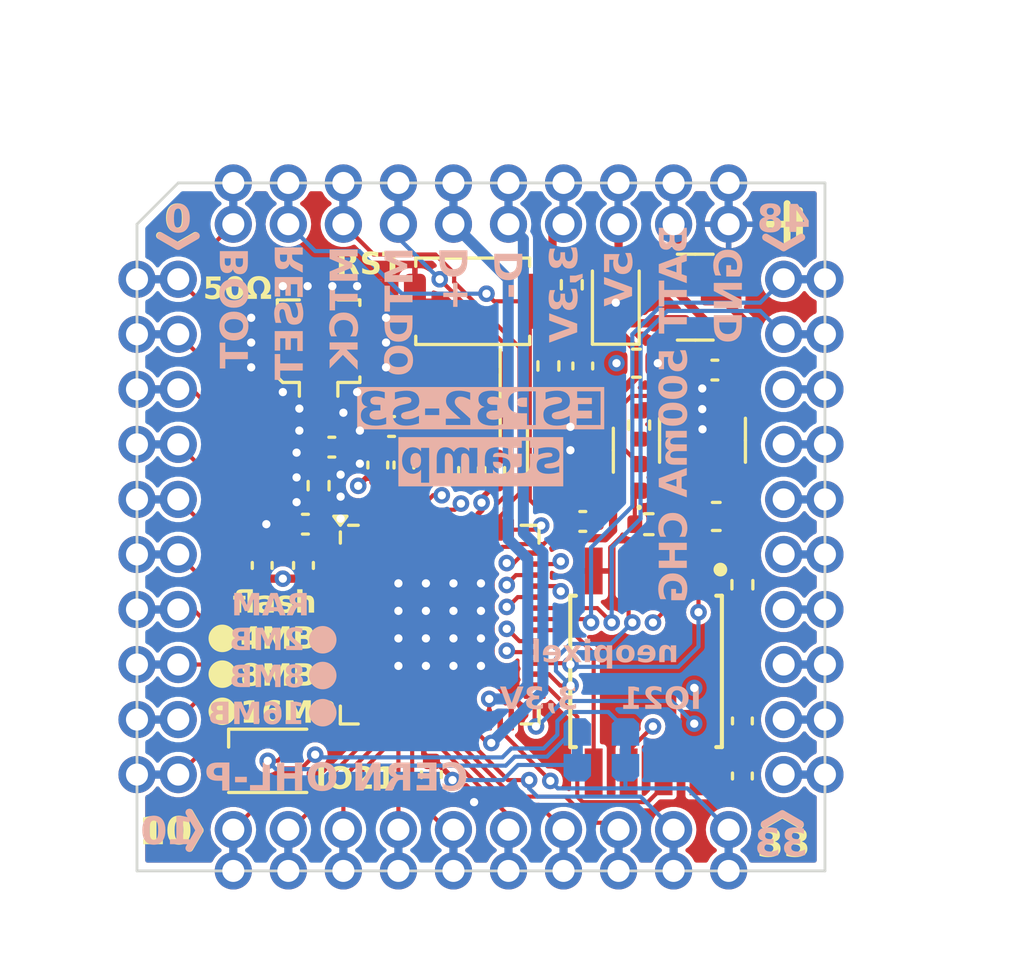
<source format=kicad_pcb>
(kicad_pcb (version 20240108) (generator "pcbnew") (generator_version "8.0")
  (layers (0 "F.Cu" signal) (1 "In1.Cu" power "GND.Cu") (2 "In2.Cu" signal "PWR.Cu") (31 "B.Cu" signal) (34 "B.Paste" user) (35 "F.Paste" user) (36 "B.SilkS" user "B.Silkscreen") (37 "F.SilkS" user "F.Silkscreen") (38 "B.Mask" user) (39 "F.Mask" user) (44 "Edge.Cuts" user))
  (net 0 "")
  (net 1 "GND")
  (net 2 "+3V3")
  (net 3 "+5V")
  (net 4 "Net-(AE1-A)")
  (net 5 "VDD_SPI")
  (net 6 "Net-(U5-XTAL_P)")
  (net 7 "Net-(U5-XTAL_N)")
  (net 8 "Net-(D2-K)")
  (net 9 "GPIO21")
  (net 10 "GPIO11")
  (net 11 "GPIO17")
  (net 12 "GPIO16")
  (net 13 "GPIO12")
  (net 14 "GPIO10")
  (net 15 "GPIO13")
  (net 16 "GPIO14")
  (net 17 "GPIO15")
  (net 18 "GPIO18")
  (net 19 "USB_D-")
  (net 20 "USB_D+")
  (net 21 "MTDO")
  (net 22 "RESET")
  (net 23 "MTCK")
  (net 24 "GPIO0{slash}BOOT")
  (net 25 "GPIO35")
  (net 26 "GPIO47")
  (net 27 "GPIO34")
  (net 28 "GPIO37")
  (net 29 "GPIO33")
  (net 30 "GPIO46")
  (net 31 "GPIO45")
  (net 32 "GPIO38")
  (net 33 "GPIO36")
  (net 34 "GPIO48")
  (net 35 "GPIO5")
  (net 36 "GPIO4")
  (net 37 "GPIO2")
  (net 38 "GPIO3")
  (net 39 "GPIO9")
  (net 40 "GPIO8")
  (net 41 "GPIO1")
  (net 42 "GPIO6")
  (net 43 "GPIO7")
  (net 44 "Net-(D3-VDD)")
  (net 45 "Net-(U4-PROG)")
  (net 46 "Net-(U4-STAT)")
  (net 48 "~{QSPI_CS}")
  (net 50 "VBAT")
  (net 51 "QSPI_SCLK")
  (net 53 "QSPI_SD0")
  (net 54 "QSPI_SD1")
  (net 57 "/VIN")
  (net 58 "QSPI_SD3")
  (net 60 "QSPI_SD2")
  (net 61 "Net-(U5-LNA_IN)")
  (net 63 "Net-(D3-DIN)")
  (footprint "Capacitor_SMD:C_0603_1608Metric" (layer "F.Cu") (at 160.05 105.11875)
    (property "Reference" "C16" (hide yes))
    (property "Value" "10uF")
  )
  (footprint "Capacitor_SMD:C_0402_1005Metric" (layer "F.Cu") (at 145.12 105.4)
    (property "Reference" "C1" (hide yes))
    (property "Value" "TBD")
  )
  (footprint "Package_TO_SOT_SMD:SOT-23-5" (layer "F.Cu") (at 159.55 102.35 90)
    (property "Reference" "U4" (hide yes))
    (property "Value" "MCP73831")
  )
  (footprint "LED_SMD:LED_WS2812B-2020_PLCC4_2.0x2.0mm" (layer "F.Cu") (at 143.75 114)
    (property "Reference" "D3" (hide yes))
    (property "Value" "WS2812B-2020")
  )
  (footprint "Package_DFN_QFN:QFN-56-1EP_7x7mm_P0.4mm_EP4x4mm" (layer "F.Cu") (at 150 109.05)
    (property "Reference" "U5" (hide yes))
    (property "Value" "ESP32-S3")
  )
  (footprint "Button_Switch_SMD:SW_Push_SPST_NO_Alps_SKRK" (layer "F.Cu") (at 151.2 97.3 180)
    (property "Reference" "SW2" (hide yes))
    (property "Value" "SW_RESET")
  )
  (footprint "Capacitor_SMD:C_0402_1005Metric" (layer "F.Cu") (at 148.7 103.25 -90)
    (property "Reference" "C17" (hide yes))
    (property "Value" "100nF")
  )
  (footprint "Connector_PinHeader_2.00mm:PinHeader_1x10_P2.00mm_Vertical" (layer "F.Cu") (at 162.5 96.5)
    (property "Reference" "J3" (hide yes))
    (property "Value" "Conn_East")
  )
  (footprint "Connector_PinHeader_2.00mm:PinHeader_1x10_P2.00mm_Vertical" (layer "F.Cu") (at 139 96.5)
    (property "Reference" "J4" (hide yes))
    (property "Value" "Conn_West" (hide yes))
  )
  (footprint "Capacitor_SMD:C_0402_1005Metric" (layer "F.Cu") (at 151.05 103.45 90)
    (property "Reference" "C15" (hide yes))
    (property "Value" "TBD")
  )
  (footprint "Capacitor_SMD:C_0402_1005Metric" (layer "F.Cu") (at 160 99.8 180)
    (property "Reference" "C18" (hide yes))
    (property "Value" "100nF")
  )
  (footprint "Capacitor_SMD:C_0402_1005Metric" (layer "F.Cu") (at 143.55 106.9 -90)
    (property "Reference" "C9" (hide yes))
    (property "Value" "1µF")
  )
  (footprint "Connector_PinHeader_2.00mm:PinHeader_1x10_P2.00mm_Vertical" (layer "F.Cu") (at 142.5 118 90)
    (property "Reference" "J1" (hide yes))
    (property "Value" "Conn_South" (hide yes))
  )
  (footprint "Capacitor_SMD:C_0402_1005Metric" (layer "F.Cu") (at 155.2 99.65 -90)
    (property "Reference" "C7" (hide yes))
    (property "Value" "TBD")
  )
  (footprint "Diode_SMD:D_SOD-323" (layer "F.Cu") (at 156.4 97.25 90)
    (property "Reference" "D1" (hide yes))
    (property "Value" "D_Schottky_Small")
  )
  (footprint "Capacitor_SMD:C_0603_1608Metric" (layer "F.Cu") (at 157.15 99.55)
    (property "Reference" "C4" (hide yes))
    (property "Value" "10µF")
  )
  (footprint "Capacitor_SMD:C_0402_1005Metric" (layer "F.Cu") (at 149.7 114.5 90)
    (property "Reference" "C19" (hide yes))
    (property "Value" "100nF")
  )
  (footprint "Package_TO_SOT_SMD:SOT-23-5" (layer "F.Cu") (at 154.75 102.7125 90)
    (property "Reference" "U2" (hide yes))
    (property "Value" "AP2112K-3.3")
  )
  (footprint "Package_TO_SOT_SMD:SOT-23" (layer "F.Cu") (at 159.2875 97.15)
    (property "Reference" "Q1" (hide yes))
    (property "Value" "BSS84")
  )
  (footprint "Capacitor_SMD:C_0402_1005Metric" (layer "F.Cu") (at 152 103.45 -90)
    (property "Reference" "C21" (hide yes))
    (property "Value" "100nF")
  )
  (footprint "Package_SO:SOIC-8W_5.3x5.3mm_P1.27mm" (layer "F.Cu") (at 157.5 110.75 -90)
    (property "Reference" "U6" (hide yes))
    (property "Value" "W25Q16JVSSIQ")
  )
  (footprint "Resistor_SMD:R_0402_1005Metric" (layer "F.Cu") (at 145.6 104 90)
    (property "Reference" "L1" (hide yes))
    (property "Value" "TBD")
  )
  (footprint "LED_SMD:LED_0402_1005Metric" (layer "F.Cu") (at 157.25 103.7 90)
    (property "Reference" "D2" (hide yes))
    (property "Value" "LED_CHR")
  )
  (footprint "Capacitor_SMD:C_0402_1005Metric" (layer "F.Cu") (at 161 114.55 -90)
    (property "Reference" "C2" (hide yes))
    (property "Value" "100nf")
  )
  (footprint "Jumper:SolderJumper-2_P1.3mm_Open_RoundedPad1.0x1.5mm" (layer "F.Cu") (at 159.25 112 -90)
    (property "Reference" "JP2" (hide yes))
    (property "Value" "SolderJumper_2_Open")
  )
  (footprint "Capacitor_SMD:C_0402_1005Metric" (layer "F.Cu") (at 155.2 105.3)
    (property "Reference" "C6" (hide yes))
    (property "Value" "TBD")
  )
  (footprint "Capacitor_SMD:C_0402_1005Metric" (layer "F.Cu") (at 147.75 103.25 -90)
    (property "Reference" "C23" (hide yes))
    (property "Value" "100nF")
  )
  (footprint "Resistor_SMD:R_0402_1005Metric" (layer "F.Cu") (at 153.95 99.65 90)
    (property "Reference" "R5" (hide yes))
    (property "Value" "100K")
  )
  (footprint "Capacitor_SMD:C_0402_1005Metric" (layer "F.Cu") (at 145.05 106.9 -90)
    (property "Reference" "C20" (hide yes))
    (property "Value" "100nF")
  )
  (footprint "Connector_Coaxial:U.FL_Molex_MCRF_73412-0110_Vertical" (layer "F.Cu") (at 145.6 98.75)
    (property "Reference" "AE1" (hide yes))
    (property "Value" "Antenna_Shield")
  )
  (footprint "Capacitor_SMD:C_0402_1005Metric" (layer "F.Cu") (at 161 112.55 -90)
    (property "Reference" "C5" (hide yes))
    (property "Value" "1µF")
  )
  (footprint "Capacitor_SMD:C_0402_1005Metric" (layer "F.Cu") (at 148.25 101.85 180)
    (property "Reference" "C14" (hide yes))
    (property "Value" "TBD")
  )
  (footprint "Connector_PinHeader_2.00mm:PinHeader_1x10_P2.00mm_Vertical" (layer "F.Cu") (at 142.5 94.5 90)
    (property "Reference" "J2" (hide yes))
    (property "Value" "Conn_North" (hide yes))
  )
  (footprint "Crystal:Crystal_SMD_2520-4Pin_2.5x2.0mm" (layer "F.Cu") (at 150.8 100.7 90)
    (property "Reference" "Y1" (hide yes))
    (property "Value" "XYDBPCNANF-12MHZ")
  )
  (footprint "Resistor_SMD:R_0402_1005Metric" (layer "F.Cu") (at 154.8 96.7 90)
    (property "Reference" "R6" (hide yes))
    (property "Value" "100K")
  )
  (footprint "Resistor_SMD:R_0402_1005Metric" (layer "F.Cu") (at 157.25 101.8 90)
    (property "Reference" "R7" (hide yes))
    (property "Value" "2K")
  )
  (footprint "Resistor_SMD:R_0402_1005Metric" (layer "F.Cu") (at 157.6 105.4)
    (property "Reference" "R8" (hide yes))
    (property "Value" "1K")
  )
  (footprint "Capacitor_SMD:C_0402_1005Metric" (layer "F.Cu") (at 146.08 102.6 180)
    (property "Reference" "C3" (hide yes))
    (property "Value" "TBD")
  )
  (footprint "Resistor_SMD:R_0402_1005Metric" (layer "F.Cu") (at 161 107.6 -90)
    (property "Reference" "R9" (hide yes))
    (property "Value" "100K")
  )
  (footprint "Jumper:SolderJumper-2_P1.3mm_Bridged_RoundedPad1.0x1.5mm" (layer "B.Cu") (at 156.75 113.6 -90)
    (property "Reference" "JP3" (hide yes))
    (property "Value" "Jumper_Neopixel_VDD")
  )
  (footprint "Jumper:SolderJumper-2_P1.3mm_Bridged_RoundedPad1.0x1.5mm" (layer "B.Cu") (at 155 113.6 -90)
    (property "Reference" "JP1" (hide yes))
    (property "Value" "Jumper_Neopixel_VDD")
  )
  (gr_circle (center 145.75 112.25) (end 145.25 112.25) (fill solid) (layer "B.SilkS"))
  (gr_line (start 140.894121 117.174752) (end 141.269303 116.524918) (stroke (width 0.264999)) (layer "B.SilkS"))
  (gr_circle (center 145.75 110.9) (end 145.25 110.9) (fill solid) (layer "B.SilkS"))
  (gr_line (start 163.149835 94.974818) (end 162.5 95.35) (stroke (width 0.264999)) (layer "B.SilkS"))
  (gr_circle (center 145.75 109.6) (end 145.25 109.6) (fill solid) (layer "B.SilkS"))
  (gr_line (start 161.800331 116.3) (end 162.450166 115.924818) (stroke (width 0.264999)) (layer "B.SilkS"))
  (gr_line (start 139.850166 94.924818) (end 140.5 95.3) (stroke (width 0.264999)) (layer "B.SilkS"))
  (gr_line (start 163.1 116.3) (end 162.450166 115.924818) (stroke (width 0.264999)) (layer "B.SilkS"))
  (gr_line (start 141.149835 94.924818) (end 140.5 95.3) (stroke (width 0.264999)) (layer "B.SilkS"))
  (gr_line (start 140.894121 115.875083) (end 141.269303 116.524918) (stroke (width 0.264999)) (layer "B.SilkS"))
  (gr_line (start 161.850166 94.974818) (end 162.5 95.35) (stroke (width 0.264999)) (layer "B.SilkS"))
  (gr_circle (center 142.1 109.55) (end 142.6 109.55) (fill solid) (layer "F.SilkS"))
  (gr_line (start 141.287591 116.524917) (end 140.912409 117.174752) (stroke (width 0.264999)) (layer "F.SilkS"))
  (gr_line (start 162.625 94.5) (end 162.625 93.75) (stroke (width 0.25)) (layer "F.SilkS"))
  (gr_line (start 162.45 115.95) (end 163.099835 116.325182) (stroke (width 0.264999)) (layer "F.SilkS"))
  (gr_line (start 162.45 115.95) (end 161.800166 116.325182) (stroke (width 0.264999)) (layer "F.SilkS"))
  (gr_line (start 140.475083 95.287591) (end 139.825248 94.912409) (stroke (width 0.264999)) (layer "F.SilkS"))
  (gr_line (start 162.625 94.5) (end 162.625 95.15) (stroke (width 0.25)) (layer "F.SilkS"))
  (gr_line (start 140.475083 95.287591) (end 141.124917 94.912409) (stroke (width 0.264999)) (layer "F.SilkS"))
  (gr_line (start 161.875 94.5) (end 162.625 94.5) (stroke (width 0.25)) (layer "F.SilkS"))
  (gr_circle (center 142.1 112.2) (end 142.6 112.2) (fill solid) (layer "F.SilkS"))
  (gr_line (start 163.075 95) (end 163.075 94) (stroke (width 0.25)) (layer "F.SilkS"))
  (gr_circle (center 142.1 110.85) (end 142.6 110.85) (fill solid) (layer "F.SilkS"))
  (gr_line (start 141.287591 116.524917) (end 140.912409 115.875083) (stroke (width 0.264999)) (layer "F.SilkS"))
  (gr_line (start 139 118) (end 139 94.5) (stroke (width 0.1)) (layer "Edge.Cuts"))
  (gr_line (start 140.5 93) (end 139 94.5) (stroke (width 0.1)) (layer "Edge.Cuts"))
  (gr_line (start 164 118) (end 139 118) (stroke (width 0.1)) (layer "Edge.Cuts"))
  (gr_line (start 164 93) (end 164 118) (stroke (width 0.1)) (layer "Edge.Cuts"))
  (gr_line (start 140.5 93) (end 164 93) (stroke (width 0.1)) (layer "Edge.Cuts"))
  (gr_text "ESP32-S3" (at 151.5 102 0) (layer "B.SilkS" knockout) (effects (font (size 1.2 1.2) (thickness 0.2) (bold yes)) (justify bottom mirror)))
  (gr_text "2MB\n8MB\n16MB" (at 145.1 112.8 -0) (layer "B.SilkS") (effects (font (size 0.8 0.8) (thickness 0.2) (bold yes)) (justify left bottom mirror)))
  (gr_text "BOOT" (at 143.2 97.55 90) (layer "B.SilkS") (effects (font (size 1 1) (thickness 0.2) (bold yes)) (justify bottom mirror)))
  (gr_text "MTCK" (at 147.188888 97.520202 90) (layer "B.SilkS") (effects (font (size 1 1) (thickness 0.2) (bold yes)) (justify bottom mirror)))
  (gr_text "neopixel" (at 156 110.55 0) (layer "B.SilkS") (effects (font (size 0.8 0.8) (thickness 0.2) (bold yes)) (justify bottom mirror)))
  (gr_text "48" (at 162.5 94.95 0) (layer "B.SilkS") (effects (font (size 1 1) (thickness 0.2) (bold yes)) (justify bottom mirror)))
  (gr_text "MTDO" (at 149.183332 97.682868 90) (layer "B.SilkS") (effects (font (size 1 1) (thickness 0.2) (bold yes)) (justify bottom mirror)))
  (gr_text "GND" (at 161.15 97.096197 90) (layer "B.SilkS") (effects (font (size 1 1) (thickness 0.2) (bold yes)) (justify bottom mirror)))
  (gr_text "33" (at 162.400166 117.624818 -0) (layer "B.SilkS") (effects (font (size 1 1) (thickness 0.2) (bold yes)) (justify bottom mirror)))
  (gr_text "RESET" (at 145.194444 97.68873 -270) (layer "B.SilkS") (effects (font (size 1 1) (thickness 0.2) (bold yes)) (justify bottom mirror)))
  (gr_text "D-" (at 153.17222 96.329274 90) (layer "B.SilkS") (effects (font (size 1 1) (thickness 0.2) (bold yes)) (justify bottom mirror)))
  (gr_text "IO21    3,3V" (at 155.85 112.25 0) (layer "B.SilkS") (effects (font (size 0.8 0.8) (thickness 0.2) (bold yes)) (justify bottom mirror)))
  (gr_text "RAM" (at 143.85 108.85 -0) (layer "B.SilkS") (effects (font (size 0.8 0.8) (thickness 0.2) (bold yes)) (justify bottom mirror)))
  (gr_text "10" (at 140.1 117.2 0) (layer "B.SilkS") (effects (font (size 1 1) (thickness 0.2) (bold yes)) (justify bottom mirror)))
  (gr_text "5V" (at 157.161108 96.464585 90) (layer "B.SilkS") (effects (font (size 1 1) (thickness 0.2) (bold yes)) (justify bottom mirror)))
  (gr_text "stamp" (at 151.5 103.75 0) (layer "B.SilkS" knockout) (effects (font (size 1.2 1.2) (thickness 0.2) (bold yes)) (justify bottom mirror)))
  (gr_text "3,3V" (at 155.166664 97.031228 90) (layer "B.SilkS") (effects (font (size 1 1) (thickness 0.2) (bold yes)) (justify bottom mirror)))
  (gr_text "CERN OHL-P" (at 146.25 115.25 0) (layer "B.SilkS") (effects (font (size 1 1) (thickness 0.2) (bold yes)) (justify bottom mirror)))
  (gr_text "D+" (at 151.177776 96.484613 90) (layer "B.SilkS") (effects (font (size 1 1) (thickness 0.2) (bold yes)) (justify bottom mirror)))
  (gr_text "0" (at 140.5 94.962409 -0) (layer "B.SilkS") (effects (font (size 1 1) (thickness 0.2) (bold yes)) (justify bottom mirror)))
  (gr_text "BATT 500mA CHG" (at 159.15 101.383636 90) (layer "B.SilkS") (effects (font (size 1 1) (thickness 0.2) (bold yes)) (justify bottom mirror)))
  (gr_text "flash" (at 144 108.75 0) (layer "F.SilkS") (effects (font (size 0.8 0.8) (thickness 0.2) (bold yes)) (justify bottom)))
  (gr_text "0" (at 140.475082 94.95 0) (layer "F.SilkS") (effects (font (size 1 1) (thickness 0.2) (bold yes)) (justify bottom)))
  (gr_text "RST" (at 147.45 96.45 0) (layer "F.SilkS") (effects (font (size 0.8 0.8) (thickness 0.2) (bold yes)) (justify bottom)))
  (gr_text "10" (at 140.037591 117.2 0) (layer "F.SilkS") (effects (font (size 1 1) (thickness 0.2) (bold yes)) (justify bottom)))
  (gr_text "50Ω" (at 142.65 97.35 0) (layer "F.SilkS") (effects (font (size 0.8 0.8) (thickness 0.2) (bold yes)) (justify bottom)))
  (gr_text "4MB\n8MB\n16MB" (at 142.75 112.75 0) (layer "F.SilkS") (effects (font (size 0.8 0.8) (thickness 0.2) (bold yes)) (justify left bottom)))
  (gr_text "IO21" (at 146.95 115.15 0) (layer "F.SilkS") (effects (font (size 0.8 0.8) (thickness 0.2) (bold yes)) (justify bottom)))
  (gr_text "33" (at 162.5 117.65 0) (layer "F.SilkS") (effects (font (size 1 1) (thickness 0.2) (bold yes)) (justify bottom)))
  (segment (start 154.9 104.42) (end 154.9 103.85) (width 0.3) (layer "F.Cu") (net 1))
  (segment (start 155.78 105.3) (end 154.9 104.42) (width 0.3) (layer "F.Cu") (net 1))
  (via (at 159.540698 100.46875) (size 0.6) (drill 0.3) (layers "F.Cu" "B.Cu") (net 1))
  (via (at 150.5 110.55) (size 0.6) (drill 0.3) (layers "F.Cu" "B.Cu") (net 1))
  (via (at 147 96.75) (size 0.6) (drill 0.3) (layers "F.Cu" "B.Cu") (net 1))
  (via (at 148.5 107.55) (size 0.6) (drill 0.3) (layers "F.Cu" "B.Cu") (net 1))
  (via (at 146.5 101.35) (size 0.6) (drill 0.3) (layers "F.Cu" "B.Cu") (net 1))
  (via (at 148.05 99.7) (size 0.6) (drill 0.3) (layers "F.Cu" "B.Cu") (net 1))
  (via (at 151.25 115.5) (size 0.6) (drill 0.3) (layers "F.Cu" "B.Cu") (net 1))
  (via (at 143.15 97.9) (size 0.6) (drill 0.3) (layers "F.Cu" "B.Cu") (net 1))
  (via (at 144.9 101.2) (size 0.6) (drill 0.3) (layers "F.Cu" "B.Cu") (net 1))
  (via (at 154.75 102.7125) (size 0.6) (drill 0.3) (layers "F.Cu" "B.Cu") (net 1))
  (via (at 147.1 102) (size 0.6) (drill 0.3) (layers "F.Cu" "B.Cu") (net 1))
  (via (at 147 100.6) (size 0.6) (drill 0.3) (layers "F.Cu" "B.Cu") (net 1))
  (via (at 146.4 103.6) (size 0.6) (drill 0.3) (layers "F.Cu" "B.Cu") (net 1))
  (via (at 151.5 109.55) (size 0.6) (drill 0.3) (layers "F.Cu" "B.Cu") (net 1))
  (via (at 157.925 99.55) (size 0.6) (drill 0.3) (layers "F.Cu" "B.Cu") (net 1))
  (via (at 154.75 101.8625) (size 0.6) (drill 0.3) (layers "F.Cu" "B.Cu") (net 1))
  (via (at 148.05 97.9) (size 0.6) (drill 0.3) (layers "F.Cu" "B.Cu") (net 1))
  (via (at 144.3 96.75) (size 0.6) (drill 0.3) (layers "F.Cu" "B.Cu") (net 1))
  (via (at 159.55 101.95) (size 0.6) (drill 0.3) (layers "F.Cu" "B.Cu") (net 1))
  (via (at 148.5 108.55) (size 0.6) (drill 0.3) (layers "F.Cu" "B.Cu") (net 1))
  (via (at 143.15 98.8) (size 0.6) (drill 0.3) (layers "F.Cu" "B.Cu") (net 1))
  (via (at 147.1 103.2) (size 0.6) (drill 0.3) (layers "F.Cu" "B.Cu") (net 1))
  (via (at 150.5 108.55) (size 0.6) (drill 0.3) (layers "F.Cu" "B.Cu") (net 1))
  (via (at 149.5 110.55) (size 0.6) (drill 0.3) (layers "F.Cu" "B.Cu") (net 1))
  (via (at 146.4 105.2) (size 0.6) (drill 0.3) (layers "F.Cu" "B.Cu") (net 1))
  (via (at 144.8 104.6) (size 0.6) (drill 0.3) (layers "F.Cu" "B.Cu") (net 1))
  (via (at 146.4 104.4) (size 0.6) (drill 0.3) (layers "F.Cu" "B.Cu") (net 1))
  (via (at 150.5 107.55) (size 0.6) (drill 0.3) (layers "F.Cu" "B.Cu") (net 1))
  (via (at 148.5 109.55) (size 0.6) (drill 0.3) (layers "F.Cu" "B.Cu") (net 1))
  (via (at 156.4 97.35) (size 0.6) (drill 0.3) (layers "F.Cu" "B.Cu") (net 1))
  (via (at 144.8 102.8) (size 0.6) (drill 0.3) (layers "F.Cu" "B.Cu") (net 1))
  (via (at 143.7 105.4) (size 0.6) (drill 0.3) (layers "F.Cu" "B.Cu") (net 1))
  (via (at 150.5 109.55) (size 0.6) (drill 0.3) (layers "F.Cu" "B.Cu") (net 1))
  (via (at 148.5 110.55) (size 0.6) (drill 0.3) (layers "F.Cu" "B.Cu") (net 1))
  (via (at 143.15 99.7) (size 0.6) (drill 0.3) (layers "F.Cu" "B.Cu") (net 1))
  (via (at 144.9 102) (size 0.6) (drill 0.3) (layers "F.Cu" "B.Cu") (net 1))
  (via (at 145.2 96.75) (size 0.6) (drill 0.3) (layers "F.Cu" "B.Cu") (net 1))
  (via (at 149.5 107.55) (size 0.6) (drill 0.3) (layers "F.Cu" "B.Cu") (net 1))
  (via (at 151.5 107.55) (size 0.6) (drill 0.3) (layers "F.Cu" "B.Cu") (net 1))
  (via (at 151.5 110.55) (size 0.6) (drill 0.3) (layers "F.Cu" "B.Cu") (net 1))
  (via (at 149.5 108.55) (size 0.6) (drill 0.3) (layers "F.Cu" "B.Cu") (net 1))
  (via (at 148.05 98.8) (size 0.6) (drill 0.3) (layers "F.Cu" "B.Cu") (net 1))
  (via (at 146.1 96.75) (size 0.6) (drill 0.3) (layers "F.Cu" "B.Cu") (net 1))
  (via (at 159.540698 101.21875) (size 0.6) (drill 0.3) (layers "F.Cu" "B.Cu") (net 1))
  (via (at 149.5 109.55) (size 0.6) (drill 0.3) (layers "F.Cu" "B.Cu") (net 1))
  (via (at 144.3 100.6) (size 0.6) (drill 0.3) (layers "F.Cu" "B.Cu") (net 1))
  (via (at 151.5 108.55) (size 0.6) (drill 0.3) (layers "F.Cu" "B.Cu") (net 1))
  (via (at 144.8 103.7) (size 0.6) (drill 0.3) (layers "F.Cu" "B.Cu") (net 1))
  (segment (start 160.5 94.5) (end 160.5 93) (width 0.3) (layer "B.Cu") (net 1))
  (segment (start 155.2 100.175) (end 153.8 101.575) (width 0.3) (layer "F.Cu") (net 2))
  (segment (start 151.530971 104.892112) (end 151.4 105.023083) (width 0.2) (layer "F.Cu") (net 2))
  (segment (start 147.4 104.6) (end 147.4 105.6) (width 0.2) (layer "F.Cu") (net 2))
  (segment (start 151.4 105.023083) (end 151.4 105.6) (width 0.2) (layer "F.Cu") (net 2))
  (segment (start 150.46609 114.630666) (end 149.7 113.864576) (width 0.2) (layer "F.Cu") (net 2))
  (segment (start 151.521468 104.618771) (end 151.530971 104.628274) (width 0.2) (layer "F.Cu") (net 2))
  (segment (start 147.75 103.73) (end 147.75 104.25) (width 0.2) (layer "F.Cu") (net 2))
  (segment (start 154.1 97.56967) (end 154.57 98.03967) (width 0.3) (layer "F.Cu") (net 2))
  (segment (start 149.421611 113.741611) (end 149.421611 113.23127) (width 0.2) (layer "F.Cu") (net 2))
  (segment (start 153.95 100.12) (end 154.57 99.5) (width 0.15) (layer "F.Cu") (net 2))
  (segment (start 151.521468 104.458532) (end 152.05 103.93) (width 0.2) (layer "F.Cu") (net 2))
  (segment (start 145 107.38) (end 144.3 107.38) (width 0.3) (layer "F.Cu") (net 2))
  (segment (start 146.1 106.85) (end 146.55 106.85) (width 0.2) (layer "F.Cu") (net 2))
  (segment (start 155.2 100.13) (end 155.2 100.175) (width 0.3) (layer "F.Cu") (net 2))
  (segment (start 147.8 104.85) (end 147.8 105.6) (width 0.2) (layer "F.Cu") (net 2))
  (segment (start 154.57 98.03967) (end 154.57 99.5) (width 0.3) (layer "F.Cu") (net 2))
  (segment (start 155.2 100.13) (end 155.845 100.13) (width 0.3) (layer "F.Cu") (net 2))
  (segment (start 153.95 100.16) (end 153.95 100.12) (width 0.15) (layer "F.Cu") (net 2))
  (segment (start 151.521468 104.618771) (end 151.521468 104.458532) (width 0.2) (layer "F.Cu") (net 2))
  (segment (start 147.315733 103.73) (end 148.5 103.73) (width 0.2) (layer "F.Cu") (net 2))
  (segment (start 154.5 94.5) (end 154.1 94.9) (width 0.3) (layer "F.Cu") (net 2))
  (segment (start 145.7 107.25) (end 146.72 107.25) (width 0.2) (layer "F.Cu") (net 2))
  (segment (start 154.1 94.9) (end 154.1 97.56967) (width 0.3) (layer "F.Cu") (net 2))
  (segment (start 149.7 114.02) (end 149.421611 113.741611) (width 0.2) (layer "F.Cu") (net 2))
  (segment (start 147.75 104.25) (end 147.4 104.6) (width 0.2) (layer "F.Cu") (net 2))
  (segment (start 151.530971 104.628274) (end 151.530971 104.892112) (width 0.2) (layer "F.Cu") (net 2))
  (segment (start 147.038769 104.006964) (end 147.315733 103.73) (width 0.2) (layer "F.Cu") (net 2))
  (segment (start 154.57 99.5) (end 155.2 100.13) (width 0.3) (layer "F.Cu") (net 2))
  (segment (start 148.5 103.73) (end 148.7 103.93) (width 0.2) (layer "F.Cu") (net 2))
  (segment (start 144.3 107.38) (end 143.72 107.38) (width 0.3) (layer "F.Cu") (net 2))
  (segment (start 155.845 100.13) (end 156.425 99.55) (width 0.3) (layer "F.Cu") (net 2))
  (segment (start 149.4 113.209659) (end 149.4 112.5) (width 0.2) (layer "F.Cu") (net 2))
  (segment (start 150.46609 114.698486) (end 150.46609 114.630666) (width 0.2) (layer "F.Cu") (net 2))
  (segment (start 145 107.38) (end 145.13 107.25) (width 0.3) (layer "F.Cu") (net 2))
  (segment (start 149.421611 113.23127) (end 149.4 113.209659) (width 0.2) (layer "F.Cu") (net 2))
  (segment (start 145.7 107.25) (end 146.1 106.85) (width 0.2) (layer "F.Cu") (net 2))
  (segment (start 148.85 103.8) (end 147.8 104.85) (width 0.2) (layer "F.Cu") (net 2))
  (segment (start 145.13 107.25) (end 145.7 107.25) (width 0.3) (layer "F.Cu") (net 2))
  (via (at 150.46609 114.698486) (size 0.6) (drill 0.3) (layers "F.Cu" "B.Cu") (net 2))
  (via (at 147.038769 104.006964) (size 0.6) (drill 0.3) (layers "F.Cu" "B.Cu") (net 2))
  (via (at 144.3 107.38) (size 0.6) (drill 0.3) (layers "F.Cu" "B.Cu") (net 2))
  (via (at 151.521468 104.618771) (size 0.6) (drill 0.3) (layers "F.Cu" "B.Cu") (net 2))
  (via (at 159.25 111.35) (size 0.6) (drill 0.3) (layers "F.Cu" "B.Cu") (net 2))
  (via (at 156.425 99.55) (size 0.6) (drill 0.3) (layers "F.Cu" "B.Cu") (net 2))
  (segment (start 152.85 114.15) (end 155 114.15) (width 0.15) (layer "B.Cu") (net 2))
  (segment (start 150.46609 114.698486) (end 152.301514 114.698486) (width 0.15) (layer "B.Cu") (net 2))
  (segment (start 152.301514 114.698486) (end 152.85 114.15) (width 0.15) (layer "B.Cu") (net 2))
  (segment (start 154.5 93) (end 154.5 94.5) (width 0.3) (layer "B.Cu") (net 2))
  (segment (start 156.705 101.002142) (end 156.967142 100.74) (width 0.15) (layer "F.Cu") (net 3))
  (segment (start 156.5 96.1) (end 156.5 94.5) (width 0.3) (layer "F.Cu") (net 3))
  (segment (start 156.705 102.67) (end 156.705 101.002142) (width 0.15) (layer "F.Cu") (net 3))
  (segment (start 156.29 96.19) (end 156.4 96.3) (width 0.15) (layer "F.Cu") (net 3))
  (segment (start 158.421802 96.2) (end 156.4 96.2) (width 0.3) (layer "F.Cu") (net 3))
  (segment (start 158.65 99.1) (end 159.7 98.05) (width 0.15) (layer "F.Cu") (net 3))
  (segment (start 156.4 96.2) (end 156.5 96.1) (width 0.3) (layer "F.Cu") (net 3))
  (segment (start 158.421802 96.771802) (end 158.421802 96.2) (width 0.3) (layer "F.Cu") (net 3))
  (segment (start 154.8 96.19) (end 156.29 96.19) (width 0.15) (layer "F.Cu") (net 3))
  (segment (start 157.875514 100.74) (end 158.65 99.965514) (width 0.15) (layer "F.Cu") (net 3))
  (segment (start 158.65 99.965514) (end 158.65 99.1) (width 0.15) (layer "F.Cu") (net 3))
  (segment (start 160.5 101.2125) (end 160.5 98.85) (width 0.3) (layer "F.Cu") (net 3))
  (segment (start 157.25 103.215) (end 156.705 102.67) (width 0.15) (layer "F.Cu") (net 3))
  (segment (start 156.967142 100.74) (end 157.875514 100.74) (width 0.15) (layer "F.Cu") (net 3))
  (segment (start 159.7 98.05) (end 158.421802 96.771802) (width 0.3) (layer "F.Cu") (net 3))
  (segment (start 160.5 98.85) (end 159.7 98.05) (width 0.3) (layer "F.Cu") (net 3))
  (segment (start 156.5 94.5) (end 156.5 93) (width 0.3) (layer "B.Cu") (net 3))
  (segment (start 145.6 100.25) (end 145.6 103.49) (width 0.3) (layer "F.Cu") (net 4))
  (segment (start 153.45 112.7) (end 153.45 111.65) (width 0.15) (layer "F.Cu") (net 5))
  (segment (start 160.25 112.27) (end 161 113.02) (width 0.15) (layer "F.Cu") (net 5))
  (segment (start 159.405 114.4) (end 160.67 114.4) (width 0.3) (layer "F.Cu") (net 5))
  (segment (start 161 113.03) (end 161 114.07) (width 0.3) (layer "F.Cu") (net 5))
  (segment (start 153.5 112.75) (end 153.45 112.7) (width 0.15) (layer "F.Cu") (net 5))
  (segment (start 160.25 108.86) (end 160.25 112.27) (width 0.15) (layer "F.Cu") (net 5))
  (segment (start 161 108.11) (end 160.25 108.86) (width 0.15) (layer "F.Cu") (net 5))
  (segment (start 161 113.02) (end 161 113.03) (width 0.15) (layer "F.Cu") (net 5))
  (segment (start 160.67 114.4) (end 161 114.07) (width 0.3) (layer "F.Cu") (net 5))
  (segment (start 159.87 112.65) (end 159.25 112.65) (width 0.15) (layer "F.Cu") (net 5))
  (segment (start 160.25 112.27) (end 159.87 112.65) (width 0.15) (layer "F.Cu") (net 5))
  (via (at 159.25 112.65) (size 0.6) (drill 0.3) (layers "F.Cu" "B.Cu") (net 5))
  (via (at 153.5 112.75) (size 0.6) (drill 0.3) (layers "F.Cu" "B.Cu") (net 5))
  (segment (start 154.482538 111.825) (end 158.425 111.825) (width 0.15) (layer "B.Cu") (net 5))
  (segment (start 153.5 112.75) (end 153.557538 112.75) (width 0.15) (layer "B.Cu") (net 5))
  (segment (start 158.425 111.825) (end 159.25 112.65) (width 0.15) (layer "B.Cu") (net 5))
  (segment (start 153.557538 112.75) (end 154.482538 111.825) (width 0.15) (layer "B.Cu") (net 5))
  (segment (start 149.3 102.2) (end 149.3 103.960068) (width 0.15) (layer "F.Cu") (net 6))
  (segment (start 148.2 104.90962) (end 148.2 105.6) (width 0.15) (layer "F.Cu") (net 6))
  (segment (start 148.73 102.05) (end 149.15 102.05) (width 0.15) (layer "F.Cu") (net 6))
  (segment (start 150.1 99.825) (end 149.3 100.625) (width 0.15) (layer "F.Cu") (net 6))
  (segment (start 149.3 103.960068) (end 149.010068 104.25) (width 0.15) (layer "F.Cu") (net 6))
  (segment (start 149.010068 104.25) (end 148.85962 104.25) (width 0.15) (layer "F.Cu") (net 6))
  (segment (start 149.3 100.625) (end 149.3 102.2) (width 0.15) (layer "F.Cu") (net 6))
  (segment (start 149.15 102.05) (end 149.3 102.2) (width 0.15) (layer "F.Cu") (net 6))
  (segment (start 148.85962 104.25) (end 148.2 104.90962) (width 0.15) (layer "F.Cu") (net 6))
  (segment (start 148.983884 104.55) (end 148.6 104.933884) (width 0.15) (layer "F.Cu") (net 7))
  (segment (start 150.515 102.56) (end 151.5 101.575) (width 0.15) (layer "F.Cu") (net 7))
  (segment (start 150.515 103.395) (end 150.515 102.56) (width 0.15) (layer "F.Cu") (net 7))
  (segment (start 149.134332 104.55) (end 148.983884 104.55) (width 0.15) (layer "F.Cu") (net 7))
  (segment (start 150.515 103.395) (end 150.289332 103.395) (width 0.15) (layer "F.Cu") (net 7))
  (segment (start 148.6 104.933884) (end 148.6 105.6) (width 0.15) (layer "F.Cu") (net 7))
  (segment (start 150.289332 103.395) (end 149.134332 104.55) (width 0.15) (layer "F.Cu") (net 7))
  (segment (start 151.05 103.93) (end 150.515 103.395) (width 0.15) (layer "F.Cu") (net 7))
  (segment (start 157.09 105.3) (end 157.09 104.145) (width 0.15) (layer "F.Cu") (net 8))
  (segment (start 152.2 112.897975) (end 152.2 112.5) (width 0.15) (layer "F.Cu") (net 9))
  (segment (start 154.021232 114.728768) (end 154.021232 114.719207) (width 0.15) (layer "F.Cu") (net 9))
  (segment (start 154.021232 114.719207) (end 152.2 112.897975) (width 0.15) (layer "F.Cu") (net 9))
  (via (at 154.021232 114.728768) (size 0.6) (drill 0.3) (layers "F.Cu" "B.Cu") (net 9))
  (segment (start 154.292464 115) (end 156.75 115) (width 0.15) (layer "B.Cu") (net 9))
  (segment (start 154.1 114.807536) (end 154.292464 115) (width 0.15) (layer "B.Cu") (net 9))
  (segment (start 159 115) (end 160.5 116.5) (width 0.15) (layer "B.Cu") (net 9))
  (segment (start 156.75 115) (end 156.75 114.25) (width 0.15) (layer "B.Cu") (net 9))
  (segment (start 156.75 115) (end 159 115) (width 0.15) (layer "B.Cu") (net 9))
  (segment (start 160.5 118) (end 160.5 116.5) (width 0.3) (layer "B.Cu") (net 9))
  (segment (start 144.6 116.5) (end 144.5 116.5) (width 0.15) (layer "F.Cu") (net 10))
  (segment (start 147.8 112.5) (end 147.8 113.3) (width 0.15) (layer "F.Cu") (net 10))
  (segment (start 147.8 113.3) (end 144.6 116.5) (width 0.15) (layer "F.Cu") (net 10))
  (segment (start 144.5 118) (end 144.5 116.5) (width 0.3) (layer "B.Cu") (net 10))
  (segment (start 152.658596 115.3) (end 154.572793 115.3) (width 0.15) (layer "F.Cu") (net 11))
  (segment (start 150.6 113.241404) (end 152.658596 115.3) (width 0.15) (layer "F.Cu") (net 11))
  (segment (start 155.522793 116.25) (end 156.25 116.25) (width 0.15) (layer "F.Cu") (net 11))
  (segment (start 150.6 112.5) (end 150.6 113.241404) (width 0.15) (layer "F.Cu") (net 11))
  (segment (start 156.25 116.25) (end 156.5 116.5) (width 0.15) (layer "F.Cu") (net 11))
  (segment (start 154.572793 115.3) (end 155.522793 116.25) (width 0.15) (layer "F.Cu") (net 11))
  (segment (start 156.5 118) (end 156.5 116.5) (width 0.3) (layer "B.Cu") (net 11))
  (segment (start 154.5 116.5) (end 153.6 115.6) (width 0.15) (layer "F.Cu") (net 12))
  (segment (start 150.2 113.265668) (end 150.2 112.5) (width 0.15) (layer "F.Cu") (net 12))
  (segment (start 152.534332 115.6) (end 150.2 113.265668) (width 0.15) (layer "F.Cu") (net 12))
  (segment (start 153.6 115.6) (end 152.534332 115.6) (width 0.15) (layer "F.Cu") (net 12))
  (segment (start 154.5 118) (end 154.5 116.5) (width 0.3) (layer "B.Cu") (net 12))
  (segment (start 148.2 113.35) (end 146.5 115.05) (width 0.15) (layer "F.Cu") (net 13))
  (segment (start 146.5 115.05) (end 146.5 116.5) (width 0.15) (layer "F.Cu") (net 13))
  (segment (start 148.2 112.5) (end 148.2 113.35) (width 0.15) (layer "F.Cu") (net 13))
  (segment (start 146.5 118) (end 146.5 116.5) (width 0.3) (layer "B.Cu") (net 13))
  (segment (start 147.4 113.175736) (end 145.050736 115.525) (width 0.15) (layer "F.Cu") (net 14))
  (segment (start 143.475 115.525) (end 142.5 116.5) (width 0.15) (layer "F.Cu") (net 14))
  (segment (start 145.050736 115.525) (end 143.475 115.525) (width 0.15) (layer "F.Cu") (net 14))
  (segment (start 147.4 112.5) (end 147.4 113.175736) (width 0.15) (layer "F.Cu") (net 14))
  (segment (start 142.5 118) (end 142.5 116.5) (width 0.3) (layer "B.Cu") (net 14))
  (segment (start 148.5 113.45) (end 148.5 116.5) (width 0.15) (layer "F.Cu") (net 15))
  (segment (start 148.6 112.5) (end 148.6 113.35) (width 0.15) (layer "F.Cu") (net 15))
  (segment (start 148.6 113.35) (end 148.5 113.45) (width 0.15) (layer "F.Cu") (net 15))
  (segment (start 148.5 118) (end 148.5 116.5) (width 0.3) (layer "B.Cu") (net 15))
  (segment (start 149 115.25) (end 150.25 116.5) (width 0.15) (layer "F.Cu") (net 16))
  (segment (start 149 112.5) (end 149 115.25) (width 0.15) (layer "F.Cu") (net 16))
  (segment (start 150.25 116.5) (end 150.5 116.5) (width 0.15) (layer "F.Cu") (net 16))
  (segment (start 150.5 118) (end 150.5 116.5) (width 0.3) (layer "B.Cu") (net 16))
  (segment (start 149.8 113.350019) (end 149.8 112.5) (width 0.15) (layer "F.Cu") (net 17))
  (segment (start 149.964913 113.514932) (end 149.8 113.350019) (width 0.15) (layer "F.Cu") (net 17))
  (segment (start 152.5 115.989932) (end 150.025 113.514932) (width 0.15) (layer "F.Cu") (net 17))
  (segment (start 150.025 113.514932) (end 149.964913 113.514932) (width 0.15) (layer "F.Cu") (net 17))
  (segment (start 152.5 116.5) (end 152.5 115.989932) (width 0.15) (layer "F.Cu") (net 17))
  (segment (start 152.5 118) (end 152.5 116.5) (width 0.3) (layer "B.Cu") (net 17))
  (segment (start 151 113.21714) (end 151 112.5) (width 0.15) (layer "F.Cu") (net 18))
  (segment (start 152.48286 114.7) (end 151 113.21714) (width 0.15) (layer "F.Cu") (net 18))
  (segment (start 153.25 114.7) (end 152.48286 114.7) (width 0.15) (layer "F.Cu") (net 18))
  (via (at 153.25 114.7) (size 0.6) (drill 0.3) (layers "F.Cu" "B.Cu") (net 18))
  (segment (start 153.25 114.7) (end 153.25 115) (width 0.15) (layer "B.Cu") (net 18))
  (segment (start 157.3 115.3) (end 158.5 116.5) (width 0.15) (layer "B.Cu") (net 18))
  (segment (start 153.25 115) (end 153.55 115.3) (width 0.15) (layer "B.Cu") (net 18))
  (segment (start 158.5 118) (end 158.5 116.5) (width 0.3) (layer "B.Cu") (net 18))
  (segment (start 153.55 115.3) (end 157.3 115.3) (width 0.15) (layer "B.Cu") (net 18))
  (segment (start 151.4 113.015294) (end 151.4 112.5) (width 0.15) (layer "F.Cu") (net 19))
  (segment (start 151.734264 113.349558) (end 151.4 113.015294) (width 0.15) (layer "F.Cu") (net 19))
  (segment (start 151.874879 113.349558) (end 151.734264 113.349558) (width 0.15) (layer "F.Cu") (net 19))
  (via (at 151.874879 113.349558) (size 0.6) (drill 0.3) (layers "F.Cu" "B.Cu") (net 19))
  (segment (start 153.75 111.474437) (end 153.75 106.42924) (width 0.4) (layer "B.Cu") (net 19))
  (segment (start 153.75 106.42924) (end 153.04 105.71924) (width 0.4) (layer "B.Cu") (net 19))
  (segment (start 151.874879 113.349558) (end 153.75 111.474437) (width 0.4) (layer "B.Cu") (net 19))
  (segment (start 152.5 93) (end 152.5 94.5) (width 0.3) (layer "B.Cu") (net 19))
  (segment (start 153.04 105.71924) (end 153.04 95.04) (width 0.4) (layer "B.Cu") (net 19))
  (segment (start 153.04 95.04) (end 152.5 94.5) (width 0.4) (layer "B.Cu") (net 19))
  (segment (start 151.8 111.75) (end 151.8 112.5) (width 0.15) (layer "F.Cu") (net 20))
  (via (at 151.8 111.75) (size 0.6) (drill 0.3) (layers "F.Cu" "B.Cu") (net 20))
  (segment (start 152.696619 111.75) (end 153.2 111.246619) (width 0.4) (layer "B.Cu") (net 20))
  (segment (start 153.2 106.657057) (end 152.49 105.947057) (width 0.4) (layer "B.Cu") (net 20))
  (segment (start 152.49 96.49) (end 150.5 94.5) (width 0.4) (layer "B.Cu") (net 20))
  (segment (start 151.8 111.75) (end 152.696619 111.75) (width 0.4) (layer "B.Cu") (net 20))
  (segment (start 153.2 111.246619) (end 153.2 106.657057) (width 0.4) (layer "B.Cu") (net 20))
  (segment (start 150.5 93) (end 150.5 94.5) (width 0.3) (layer "B.Cu") (net 20))
  (segment (start 152.49 105.947057) (end 152.49 96.49) (width 0.4) (layer "B.Cu") (net 20))
  (segment (start 152.6 99.1) (end 152.6 104.160068) (width 0.15) (layer "F.Cu") (net 21))
  (segment (start 152.325068 104.435) (end 152.315 104.435) (width 0.15) (layer "F.Cu") (net 21))
  (segment (start 152.315 104.435) (end 152.055108 104.694892) (width 0.15) (layer "F.Cu") (net 21))
  (segment (start 152.6 104.160068) (end 152.325068 104.435) (width 0.15) (layer "F.Cu") (net 21))
  (segment (start 150 96.5) (end 152.6 99.1) (width 0.15) (layer "F.Cu") (net 21))
  (segment (start 152.055108 104.827595) (end 151.8 105.082703) (width 0.15) (layer "F.Cu") (net 21))
  (segment (start 151.8 105.082703) (end 151.8 105.6) (width 0.15) (layer "F.Cu") (net 21))
  (segment (start 152.055108 104.694892) (end 152.055108 104.827595) (width 0.15) (layer "F.Cu") (net 21))
  (via (at 150 96.5) (size 0.6) (drill 0.3) (layers "F.Cu" "B.Cu") (net 21))
  (segment (start 150 96.5) (end 148.5 95) (width 0.15) (layer "B.Cu") (net 21))
  (segment (start 148.5 93) (end 148.5 94.5) (width 0.3) (layer "B.Cu") (net 21))
  (segment (start 154.215 105.22533) (end 154.215 105.625068) (width 0.15) (layer "F.Cu") (net 22))
  (segment (start 146.950342 107.65) (end 146.72 107.65) (width 0.15) (layer "F.Cu") (net 22))
  (segment (start 153.3 97.3) (end 153.3 97.71) (width 0.15) (layer "F.Cu") (net 22))
  (segment (start 153.775 106.125) (end 152.865294 106.125) (width 0.15) (layer "F.Cu") (net 22))
  (segment (start 152.865294 106.125) (end 152.765294 106.225) (width 0.15) (layer "F.Cu") (net 22))
  (segment (start 151.7 97.025) (end 151.975 97.3) (width 0.15) (layer "F.Cu") (net 22))
  (segment (start 154.215 105.625068) (end 154.244966 105.655034) (width 0.15) (layer "F.Cu") (net 22))
  (segment (start 153.95 97.95) (end 153.3 97.3) (width 0.15) (layer "F.Cu") (net 22))
  (segment (start 153.72717 104.7375) (end 154.215 105.22533) (width 0.15) (layer "F.Cu") (net 22))
  (segment (start 151.7 106.8) (end 147.800342 106.8) (width 0.15) (layer "F.Cu") (net 22))
  (segment (start 147.800342 106.8) (end 146.950342 107.65) (width 0.15) (layer "F.Cu") (net 22))
  (segment (start 151.975 97.3) (end 153.3 97.3) (width 0.15) (layer "F.Cu") (net 22))
  (segment (start 153.95 99.14) (end 153.95 97.95) (width 0.15) (layer "F.Cu") (net 22))
  (segment (start 154.244966 105.655034) (end 153.775 106.125) (width 0.15) (layer "F.Cu") (net 22))
  (segment (start 153.490514 104.7375) (end 153.72717 104.7375) (width 0.15) (layer "F.Cu") (net 22))
  (segment (start 153.275 104.521986) (end 153.490514 104.7375) (width 0.15) (layer "F.Cu") (net 22))
  (segment (start 153.275 97.735) (end 153.275 104.521986) (width 0.15) (layer "F.Cu") (net 22))
  (segment (start 153.3 97.71) (end 153.275 97.735) (width 0.15) (layer "F.Cu") (net 22))
  (segment (start 152.765294 106.225) (end 152.275 106.225) (width 0.15) (layer "F.Cu") (net 22))
  (segment (start 152.275 106.225) (end 151.7 106.8) (width 0.15) (layer "F.Cu") (net 22))
  (via (at 151.7 97.025) (size 0.6) (drill 0.3) (layers "F.Cu" "B.Cu") (net 22))
  (segment (start 147.075 95.475) (end 145.475 95.475) (width 0.15) (layer "B.Cu") (net 22))
  (segment (start 151.7 97.025) (end 148.625 97.025) (width 0.15) (layer "B.Cu") (net 22))
  (segment (start 148.625 97.025) (end 147.075 95.475) (width 0.15) (layer "B.Cu") (net 22))
  (segment (start 145.475 95.475) (end 144.5 94.5) (width 0.15) (layer "B.Cu") (net 22))
  (segment (start 144.5 93) (end 144.5 94.5) (width 0.3) (layer "B.Cu") (net 22))
  (segment (start 152.355108 104.951859) (end 152.355108 104.819156) (width 0.15) (layer "F.Cu") (net 23))
  (segment (start 152.2 105.6) (end 152.2 105.106967) (width 0.15) (layer "F.Cu") (net 23))
  (segment (start 152.449332 104.735) (end 152.9 104.284332) (width 0.15) (layer "F.Cu") (net 23))
  (segment (start 152.439264 104.735) (end 152.449332 104.735) (width 0.15) (layer "F.Cu") (net 23))
  (segment (start 152.9 104.284332) (end 152.9 98.975736) (width 0.15) (layer "F.Cu") (net 23))
  (segment (start 149.842463 95.6) (end 147.6 95.6) (width 0.15) (layer "F.Cu") (net 23))
  (segment (start 152.2 105.106967) (end 152.355108 104.951859) (width 0.15) (layer "F.Cu") (net 23))
  (segment (start 152.355108 104.819156) (end 152.439264 104.735) (width 0.15) (layer "F.Cu") (net 23))
  (segment (start 147.6 95.6) (end 146.5 94.5) (width 0.15) (layer "F.Cu") (net 23))
  (segment (start 150.525 96.282537) (end 149.842463 95.6) (width 0.15) (layer "F.Cu") (net 23))
  (segment (start 150.525 96.600736) (end 150.525 96.282537) (width 0.15) (layer "F.Cu") (net 23))
  (segment (start 152.9 98.975736) (end 150.525 96.600736) (width 0.15) (layer "F.Cu") (net 23))
  (segment (start 146.5 93) (end 146.5 94.5) (width 0.3) (layer "B.Cu") (net 23))
  (segment (start 143 101.651472) (end 141.775 100.426472) (width 0.15) (layer "F.Cu") (net 24))
  (segment (start 141.775 100.426472) (end 141.775 97.775) (width 0.15) (layer "F.Cu") (net 24))
  (segment (start 143 107.902208) (end 143 101.651472) (width 0.15) (layer "F.Cu") (net 24))
  (segment (start 141.775 95.225) (end 142.5 94.5) (width 0.15) (layer "F.Cu") (net 24))
  (segment (start 146.72 108.05) (end 143.147792 108.05) (width 0.15) (layer "F.Cu") (net 24))
  (segment (start 141.775 97.775) (end 141.775 95.225) (width 0.15) (layer "F.Cu") (net 24))
  (segment (start 143.147792 108.05) (end 143 107.902208) (width 0.15) (layer "F.Cu") (net 24))
  (segment (start 141.775 97.775) (end 140.5 96.5) (width 0.15) (layer "F.Cu") (net 24))
  (segment (start 142.5 93) (end 142.5 94.5) (width 0.3) (layer "B.Cu") (net 24))
  (segment (start 139 96.5) (end 140.5 96.5) (width 0.3) (layer "B.Cu") (net 24))
  (segment (start 153.45 107.25) (end 152.772229 107.25) (width 0.15) (layer "F.Cu") (net 25))
  (segment (start 152.772229 107.25) (end 152.459418 107.562811) (width 0.15) (layer "F.Cu") (net 25))
  (via (at 152.436852 107.609861) (size 0.6) (drill 0.3) (layers "F.Cu" "B.Cu") (net 25))
  (segment (start 164 110.5) (end 162.5 110.5) (width 0.3) (layer "B.Cu") (net 25))
  (segment (start 156.25 108.975) (end 155.725 108.45) (width 0.15) (layer "F.Cu") (net 26))
  (segment (start 155.725 108.45) (end 153.62 108.45) (width 0.15) (layer "F.Cu") (net 26))
  (via (at 156.25 108.975) (size 0.6) (drill 0.3) (layers "F.Cu" "B.Cu") (net 26))
  (segment (start 156.25 106.25) (end 157.3 105.2) (width 0.15) (layer "B.Cu") (net 26))
  (segment (start 157.3 98.624264) (end 158.274264 97.65) (width 0.15) (layer "B.Cu") (net 26))
  (segment (start 164 98.5) (end 162.5 98.5) (width 0.3) (layer "B.Cu") (net 26))
  (segment (start 158.274264 97.65) (end 161.65 97.65) (width 0.15) (layer "B.Cu") (net 26))
  (segment (start 156.25 108.975) (end 156.25 106.25) (width 0.15) (layer "B.Cu") (net 26))
  (segment (start 161.65 97.65) (end 162.5 98.5) (width 0.15) (layer "B.Cu") (net 26))
  (segment (start 157.3 105.2) (end 157.3 98.624264) (width 0.15) (layer "B.Cu") (net 26))
  (segment (start 154.4 107.8375) (end 154.2125 107.65) (width 0.15) (layer "F.Cu") (net 27))
  (segment (start 154.2125 107.65) (end 153.45 107.65) (width 0.15) (layer "F.Cu") (net 27))
  (via (at 154.4 107.8375) (size 0.6) (drill 0.3) (layers "F.Cu" "B.Cu") (net 27))
  (segment (start 164 112.5) (end 162.5 112.5) (width 0.3) (layer "B.Cu") (net 27))
  (segment (start 152.686852 106.813148) (end 152.436852 106.813148) (width 0.15) (layer "F.Cu") (net 28))
  (segment (start 153.05 106.45) (end 152.686852 106.813148) (width 0.15) (layer "F.Cu") (net 28))
  (segment (start 153.45 106.45) (end 153.05 106.45) (width 0.15) (layer "F.Cu") (net 28))
  (via (at 152.436852 106.813148) (size 0.6) (drill 0.3) (layers "F.Cu" "B.Cu") (net 28))
  (segment (start 164 106.5) (end 162.5 106.5) (width 0.3) (layer "B.Cu") (net 28))
  (segment (start 152.55 108.3375) (end 152.8375 108.05) (width 0.15) (layer "F.Cu") (net 29))
  (segment (start 152.8375 108.05) (end 153.45 108.05) (width 0.15) (layer "F.Cu") (net 29))
  (via (at 152.436852 108.406574) (size 0.6) (drill 0.3) (layers "F.Cu" "B.Cu") (net 29))
  (segment (start 164 114.5) (end 162.5 114.5) (width 0.3) (layer "B.Cu") (net 29))
  (segment (start 149.758596 104.35) (end 149.258596 104.85) (width 0.15) (layer "F.Cu") (net 30))
  (segment (start 150.076793 104.35) (end 149.758596 104.35) (width 0.15) (layer "F.Cu") (net 30))
  (segment (start 149.15 104.85) (end 149 105) (width 0.15) (layer "F.Cu") (net 30))
  (segment (start 149.258596 104.85) (end 149.15 104.85) (width 0.15) (layer "F.Cu") (net 30))
  (segment (start 149 105) (end 149 105.6) (width 0.15) (layer "F.Cu") (net 30))
  (via (at 150.076793 104.35) (size 0.6) (drill 0.3) (layers "F.Cu" "B.Cu") (net 30))
  (segment (start 164 100.5) (end 162.5 100.5) (width 0.3) (layer "B.Cu") (net 30))
  (segment (start 149.657396 104.875) (end 149.4 105.132396) (width 0.15) (layer "F.Cu") (net 31))
  (segment (start 149.4 105.132396) (end 149.4 105.6) (width 0.15) (layer "F.Cu") (net 31))
  (segment (start 150.547224 104.875) (end 149.657396 104.875) (width 0.15) (layer "F.Cu") (net 31))
  (segment (start 150.772122 104.650102) (end 150.547224 104.875) (width 0.15) (layer "F.Cu") (net 31))
  (via (at 150.772122 104.650102) (size 0.6) (drill 0.3) (layers "F.Cu" "B.Cu") (net 31))
  (segment (start 164 102.5) (end 162.5 102.5) (width 0.3) (layer "B.Cu") (net 31))
  (segment (start 152.6 105.6) (end 153.54 105.6) (width 0.15) (layer "F.Cu") (net 32))
  (segment (start 153.54 105.6) (end 153.69 105.45) (width 0.15) (layer "F.Cu") (net 32))
  (via (at 153.69 105.45) (size 0.6) (drill 0.3) (layers "F.Cu" "B.Cu") (net 32))
  (segment (start 164 104.5) (end 162.5 104.5) (width 0.3) (layer "B.Cu") (net 32))
  (segment (start 154.4 106.75) (end 154.3 106.85) (width 0.15) (layer "F.Cu") (net 33))
  (segment (start 154.3 106.85) (end 153.45 106.85) (width 0.15) (layer "F.Cu") (net 33))
  (via (at 154.4 106.75) (size 0.6) (drill 0.3) (layers "F.Cu" "B.Cu") (net 33))
  (segment (start 164 108.5) (end 162.5 108.5) (width 0.3) (layer "B.Cu") (net 33))
  (segment (start 155.375 108.85) (end 153.85 108.85) (width 0.15) (layer "F.Cu") (net 34))
  (segment (start 155.5 108.975) (end 155.375 108.85) (width 0.15) (layer "F.Cu") (net 34))
  (via (at 155.5 108.975) (size 0.6) (drill 0.3) (layers "F.Cu" "B.Cu") (net 34))
  (segment (start 157 104.75) (end 157 98.5) (width 0.15) (layer "B.Cu") (net 34))
  (segment (start 164 96.5) (end 162.5 96.5) (width 0.3) (layer "B.Cu") (net 34))
  (segment (start 155.5 106.25) (end 157 104.75) (width 0.15) (layer "B.Cu") (net 34))
  (segment (start 155.5 108.975) (end 155.5 106.25) (width 0.15) (layer "B.Cu") (net 34))
  (segment (start 157 98.5) (end 158.15 97.35) (width 0.15) (layer "B.Cu") (net 34))
  (segment (start 161.65 97.35) (end 162.5 96.5) (width 0.15) (layer "B.Cu") (net 34))
  (segment (start 158.15 97.35) (end 161.65 97.35) (width 0.15) (layer "B.Cu") (net 34))
  (segment (start 141.5 108.523528) (end 141.5 107.5) (width 0.15) (layer "F.Cu") (net 35))
  (segment (start 143.026472 110.05) (end 141.5 108.523528) (width 0.15) (layer "F.Cu") (net 35))
  (segment (start 141.5 107.5) (end 140.5 106.5) (width 0.15) (layer "F.Cu") (net 35))
  (segment (start 146.72 110.05) (end 143.026472 110.05) (width 0.15) (layer "F.Cu") (net 35))
  (segment (start 139 106.5) (end 140.5 106.5) (width 0.3) (layer "B.Cu") (net 35))
  (segment (start 146.72 109.65) (end 143.050736 109.65) (width 0.15) (layer "F.Cu") (net 36))
  (segment (start 143.050736 109.65) (end 141.8 108.399264) (width 0.15) (layer "F.Cu") (net 36))
  (segment (start 141.8 105.8) (end 140.5 104.5) (width 0.15) (layer "F.Cu") (net 36))
  (segment (start 141.8 108.399264) (end 141.8 105.8) (width 0.15) (layer "F.Cu") (net 36))
  (segment (start 139 104.5) (end 140.5 104.5) (width 0.3) (layer "B.Cu") (net 36))
  (segment (start 142.4 108.150736) (end 142.4 101.9) (width 0.15) (layer "F.Cu") (net 37))
  (segment (start 142.4 101.9) (end 141 100.5) (width 0.15) (layer "F.Cu") (net 37))
  (segment (start 146.72 108.85) (end 143.099264 108.85) (width 0.15) (layer "F.Cu") (net 37))
  (segment (start 143.099264 108.85) (end 142.4 108.150736) (width 0.15) (layer "F.Cu") (net 37))
  (segment (start 139 100.5) (end 140.5 100.5) (width 0.3) (layer "B.Cu") (net 37))
  (segment (start 146.72 109.25) (end 143.075 109.25) (width 0.15) (layer "F.Cu") (net 38))
  (segment (start 143.075 109.25) (end 142.1 108.275) (width 0.15) (layer "F.Cu") (net 38))
  (segment (start 142.1 108.275) (end 142.1 104.1) (width 0.15) (layer "F.Cu") (net 38))
  (segment (start 142.1 104.1) (end 140.5 102.5) (width 0.15) (layer "F.Cu") (net 38))
  (segment (start 139 102.5) (end 140.5 102.5) (width 0.3) (layer "B.Cu") (net 38))
  (segment (start 146.72 111.65) (end 143.374264 111.65) (width 0.15) (layer "F.Cu") (net 39))
  (segment (start 143.374264 111.65) (end 140.524264 114.5) (width 0.15) (layer "F.Cu") (net 39))
  (segment (start 140.5 114.5) (end 139.45 114.5) (width 0.3) (layer "B.Cu") (net 39))
  (segment (start 141.75 111.25) (end 140.5 112.5) (width 0.15) (layer "F.Cu") (net 40))
  (segment (start 146.72 111.25) (end 141.75 111.25) (width 0.15) (layer "F.Cu") (net 40))
  (segment (start 139 112.5) (end 140.5 112.5) (width 0.3) (layer "B.Cu") (net 40))
  (segment (start 142.7 108.026472) (end 142.7 101.775736) (width 0.15) (layer "F.Cu") (net 41))
  (segment (start 141.475 100.550736) (end 141.475 99.475) (width 0.15) (layer "F.Cu") (net 41))
  (segment (start 142.7 101.775736) (end 141.475 100.550736) (width 0.15) (layer "F.Cu") (net 41))
  (segment (start 146.72 108.45) (end 143.123528 108.45) (width 0.15) (layer "F.Cu") (net 41))
  (segment (start 143.123528 108.45) (end 142.7 108.026472) (width 0.15) (layer "F.Cu") (net 41))
  (segment (start 141.475 99.475) (end 140.5 98.5) (width 0.15) (layer "F.Cu") (net 41))
  (segment (start 139 98.5) (end 140.5 98.5) (width 0.3) (layer "B.Cu") (net 41))
  (segment (start 146.72 110.45) (end 143.002208 110.45) (width 0.15) (layer "F.Cu") (net 42))
  (segment (start 141.052208 108.5) (end 140.5 108.5) (width 0.15) (layer "F.Cu") (net 42))
  (segment (start 143.002208 110.45) (end 141.052208 108.5) (width 0.15) (layer "F.Cu") (net 42))
  (segment (start 139 108.5) (end 140.5 108.5) (width 0.3) (layer "B.Cu") (net 42))
  (segment (start 146.72 110.85) (end 142.95 110.85) (width 0.15) (layer "F.Cu") (net 43))
  (segment (start 142.95 110.85) (end 142.6 110.5) (width 0.15) (layer "F.Cu") (net 43))
  (segment (start 142.6 110.5) (end 140.45 110.5) (width 0.15) (layer "F.Cu") (net 43))
  (segment (start 140.5 110.5) (end 139.45 110.5) (width 0.3) (layer "B.Cu") (net 43))
  (segment (start 144.115 114) (end 144.665 113.45) (width 0.15) (layer "F.Cu") (net 44))
  (segment (start 143.75 114) (end 144.115 114) (width 0.15) (layer "F.Cu") (net 44))
  (via (at 143.75 114) (size 0.6) (drill 0.3) (layers "F.Cu" "B.Cu") (net 44))
  (segment (start 144.05 114.3) (end 145.692463 114.3) (width 0.15) (layer "B.Cu") (net 44))
  (segment (start 152.401178 114.174558) (end 152.725736 113.85) (width 0.15) (layer "B.Cu") (net 44))
  (segment (start 153.9 113.85) (end 154.9 112.85) (width 0.15) (layer "B.Cu") (net 44))
  (segment (start 151.251178 114.174558) (end 152.401178 114.174558) (width 0.15) (layer "B.Cu") (net 44))
  (segment (start 151.250106 114.173486) (end 151.251178 114.174558) (width 0.15) (layer "B.Cu") (net 44))
  (segment (start 143.75 114) (end 144.05 114.3) (width 0.15) (layer "B.Cu") (net 44))
  (segment (start 145.818977 114.173486) (end 151.250106 114.173486) (width 0.15) (layer "B.Cu") (net 44))
  (segment (start 152.725736 113.85) (end 153.9 113.85) (width 0.15) (layer "B.Cu") (net 44))
  (segment (start 145.692463 114.3) (end 145.818977 114.173486) (width 0.15) (layer "B.Cu") (net 44))
  (segment (start 154.9 112.85) (end 155 112.85) (width 0.15) (layer "B.Cu") (net 44))
  (segment (start 157.3 101.04) (end 158.3725 101.04) (width 0.15) (layer "F.Cu") (net 45))
  (segment (start 158.3725 101.04) (end 158.6 100.8125) (width 0.15) (layer "F.Cu") (net 45))
  (segment (start 158.11 103.9775) (end 158.6 103.4875) (width 0.15) (layer "F.Cu") (net 46))
  (segment (start 158.11 105.3) (end 158.11 103.9775) (width 0.15) (layer "F.Cu") (net 46))
  (segment (start 159.405 108.6) (end 159.405 107.1) (width 0.15) (layer "F.Cu") (net 48))
  (segment (start 161 107.09) (end 160.99 107.1) (width 0.15) (layer "F.Cu") (net 48))
  (segment (start 154.75 110.5) (end 154.7 110.45) (width 0.15) (layer "F.Cu") (net 48))
  (segment (start 154.7 110.45) (end 153.45 110.45) (width 0.15) (layer "F.Cu") (net 48))
  (segment (start 160.99 107.1) (end 159.405 107.1) (width 0.15) (layer "F.Cu") (net 48))
  (via (at 159.405 108.6) (size 0.6) (drill 0.3) (layers "F.Cu" "B.Cu") (net 48))
  (via (at 154.75 110.5) (size 0.6) (drill 0.3) (layers "F.Cu" "B.Cu") (net 48))
  (segment (start 159.405 109.845) (end 158.666268 110.583732) (width 0.15) (layer "B.Cu") (net 48))
  (segment (start 154.833732 110.583732) (end 154.75 110.5) (width 0.15) (layer "B.Cu") (net 48))
  (segment (start 159.405 108.6) (end 159.405 109.845) (width 0.15) (layer "B.Cu") (net 48))
  (segment (start 158.666268 110.583732) (end 154.833732 110.583732) (width 0.15) (layer "B.Cu") (net 48))
  (segment (start 161.25 102.7375) (end 160.5 103.4875) (width 0.3) (layer "F.Cu") (net 50))
  (segment (start 159.459302 96.384302) (end 160.225 97.15) (width 0.3) (layer "F.Cu") (net 50))
  (segment (start 158.5 94.9) (end 159.459302 95.859302) (width 0.3) (layer "F.Cu") (net 50))
  (segment (start 160.225 97.15) (end 161.25 98.175) (width 0.3) (layer "F.Cu") (net 50))
  (segment (start 159.459302 95.859302) (end 159.459302 96.384302) (width 0.3) (layer "F.Cu") (net 50))
  (segment (start 161.25 98.175) (end 161.25 102.7375) (width 0.3) (layer "F.Cu") (net 50))
  (segment (start 158.5 94.5) (end 158.5 94.9) (width 0.3) (layer "F.Cu") (net 50))
  (segment (start 158.5 94.5) (end 158.5 93) (width 0.3) (layer "B.Cu") (net 50))
  (segment (start 153.45 110.05) (end 152.55 110.05) (width 0.15) (layer "F.Cu") (net 51))
  (segment (start 152.55 110.05) (end 152.5 110) (width 0.15) (layer "F.Cu") (net 51))
  (segment (start 156.865 113.635) (end 156.865 114.4) (width 0.15) (layer "F.Cu") (net 51))
  (segment (start 157.75 112.75) (end 156.865 113.635) (width 0.15) (layer "F.Cu") (net 51))
  (via (at 152.436852 110) (size 0.6) (drill 0.3) (layers "F.Cu" "B.Cu") (net 51))
  (via (at 157.75 112.75) (size 0.6) (drill 0.3) (layers "F.Cu" "B.Cu") (net 51))
  (segment (start 154.75 109.25) (end 155.595 110.095) (width 0.15) (layer "F.Cu") (net 53))
  (segment (start 155.595 110.095) (end 155.595 114.4) (width 0.15) (layer "F.Cu") (net 53))
  (segment (start 153.45 109.25) (end 154.75 109.25) (width 0.15) (layer "F.Cu") (net 53))
  (segment (start 152.9 109.65) (end 152.5 109.25) (width 0.15) (layer "F.Cu") (net 54))
  (segment (start 158.135 108.59) (end 158.135 107.1) (width 0.15) (layer "F.Cu") (net 54))
  (segment (start 157.75 108.975) (end 158.135 108.59) (width 0.15) (layer "F.Cu") (net 54))
  (segment (start 153.648768 109.678768) (end 153.62 109.65) (width 0.15) (layer "F.Cu") (net 54))
  (segment (start 153.45 109.65) (end 152.9 109.65) (width 0.15) (layer "F.Cu") (net 54))
  (via (at 157.75 108.975) (size 0.6) (drill 0.3) (layers "F.Cu" "B.Cu") (net 54))
  (via (at 152.436852 109.203287) (size 0.6) (drill 0.3) (layers "F.Cu" "B.Cu") (net 54))
  (segment (start 156.3 105.616134) (end 156.006134 105.91) (width 0.3) (layer "F.Cu") (net 57))
  (segment (start 155.7 103.85) (end 156.3 103.85) (width 0.15) (layer "F.Cu") (net 57))
  (segment (start 156.006134 105.91) (end 155.33 105.91) (width 0.3) (layer "F.Cu") (net 57))
  (segment (start 156.6 98.1) (end 156.4 98.3) (width 0.3) (layer "F.Cu") (net 57))
  (segment (start 158.421802 98.1) (end 156.6 98.1) (width 0.3) (layer "F.Cu") (net 57))
  (segment (start 157.175 100.001812) (end 156.3 100.876812) (width 0.3) (layer "F.Cu") (net 57))
  (segment (start 156.4 98.3) (end 157.175 99.075) (width 0.3) (layer "F.Cu") (net 57))
  (segment (start 153.95 104.43) (end 153.95 103.35) (width 0.3) (layer "F.Cu") (net 57))
  (segment (start 155.33 105.91) (end 154.72 105.3) (width 0.3) (layer "F.Cu") (net 57))
  (segment (start 157.175 99.075) (end 157.175 100.001812) (width 0.3) (layer "F.Cu") (net 57))
  (segment (start 156.3 100.876812) (end 156.3 105.616134) (width 0.3) (layer "F.Cu") (net 57))
  (segment (start 154.82 105.3) (end 153.95 104.43) (width 0.3) (layer "F.Cu") (net 57))
  (segment (start 155 115.302943) (end 155.197057 115.5) (width 0.15) (layer "F.Cu") (net 58))
  (segment (start 155.197057 115.5) (end 157.56 115.5) (width 0.15) (layer "F.Cu") (net 58))
  (segment (start 153.85 111.25) (end 155 112.4) (width 0.15) (layer "F.Cu") (net 58))
  (segment (start 157.56 115.5) (end 158.135 114.925) (width 0.15) (layer "F.Cu") (net 58))
  (segment (start 155 112.4) (end 155 115.302943) (width 0.15) (layer "F.Cu") (net 58))
  (segment (start 153.45 111.25) (end 153.85 111.25) (width 0.15) (layer "F.Cu") (net 58))
  (segment (start 158.135 114.925) (end 158.135 114.4) (width 0.15) (layer "F.Cu") (net 58))
  (segment (start 157 108.975) (end 156.865 108.84) (width 0.15) (layer "F.Cu") (net 60))
  (segment (start 156.865 108.84) (end 156.865 107.1) (width 0.15) (layer "F.Cu") (net 60))
  (segment (start 153.45 110.85) (end 153.965073 110.85) (width 0.15) (layer "F.Cu") (net 60))
  (segment (start 153.965073 110.85) (end 154.379301 111.264228) (width 0.15) (layer "F.Cu") (net 60))
  (segment (start 154.379301 111.264228) (end 154.756593 111.264228) (width 0.15) (layer "F.Cu") (net 60))
  (via (at 157 108.975) (size 0.6) (drill 0.3) (layers "F.Cu" "B.Cu") (net 60))
  (via (at 154.756593 111.264228) (size 0.6) (drill 0.3) (layers "F.Cu" "B.Cu") (net 60))
  (segment (start 154.75 109.75) (end 154.225 110.275) (width 0.15) (layer "B.Cu") (net 60))
  (segment (start 154.225 110.732635) (end 154.756593 111.264228) (width 0.15) (layer "B.Cu") (net 60))
  (segment (start 157 108.975) (end 156.225 109.75) (width 0.15) (layer "B.Cu") (net 60))
  (segment (start 156.225 109.75) (end 154.75 109.75) (width 0.15) (layer "B.Cu") (net 60))
  (segment (start 154.225 110.275) (end 154.225 110.732635) (width 0.15) (layer "B.Cu") (net 60))
  (segment (start 145.601019 105.958585) (end 145.601019 104.511019) (width 0.3) (layer "F.Cu") (net 61))
  (segment (start 145.601019 104.511019) (end 145.6 104.51) (width 0.4) (layer "F.Cu") (net 61))
  (arc (start 145.746446 106.246446) (mid 145.65144 106.113803) (end 145.601019 105.958585) (width 0.3) (layer "F.Cu") (net 61))
  (arc (start 146.237859 106.45) (mid 145.971912 106.3971) (end 145.746446 106.246446) (width 0.3) (layer "F.Cu") (net 61))
  (segment (start 145.475 113.775) (end 144.7 114.55) (width 0.15) (layer "F.Cu") (net 63))
  (segment (start 144.7 114.55) (end 144.665 114.55) (width 0.15) (layer "F.Cu") (net 63))
  (via (at 145.475 113.775) (size 0.6) (drill 0.3) (layers "F.Cu" "B.Cu") (net 63))
  (segment (start 145.573486 113.873486) (end 151.37437 113.873486) (width 0.15) (layer "B.Cu") (net 63))
  (segment (start 151.375442 113.874558) (end 152.276914 113.874558) (width 0.15) (layer "B.Cu") (net 63))
  (segment (start 152.276914 113.874558) (end 152.601472 113.55) (width 0.15) (layer "B.Cu") (net 63))
  (segment (start 154.275 112.556802) (end 154.606802 112.225) (width 0.15) (layer "B.Cu") (net 63))
  (segment (start 154.606802 112.225) (end 156.125 112.225) (width 0.15) (layer "B.Cu") (net 63))
  (segment (start 154.275 113.050736) (end 154.275 112.556802) (width 0.15) (layer "B.Cu") (net 63))
  (segment (start 156.125 112.225) (end 156.75 112.85) (width 0.15) (layer "B.Cu") (net 63))
  (segment (start 145.475 113.775) (end 145.573486 113.873486) (width 0.15) (layer "B.Cu") (net 63))
  (segment (start 153.775736 113.55) (end 154.275 113.050736) (width 0.15) (layer "B.Cu") (net 63))
  (segment (start 151.37437 113.873486) (end 151.375442 113.874558) (width 0.15) (layer "B.Cu") (net 63))
  (segment (start 152.601472 113.55) (end 153.775736 113.55) (width 0.15) (layer "B.Cu") (net 63))
  (zone (net 50) (net_name "VBAT") (layer "F.Cu") (priority 3) (connect_pads yes (clearance 0.13)) (min_thickness 0.13) (fill yes (thermal_gap 0.5) (thermal_bridge_width 0.5))
    (polygon (pts (xy 160.15 102.1) (xy 160.15 105.85) (xy 161.5 105.85) (xy 161.5 102.1)))
  )
  (zone (net 1) (net_name "GND") (layer "F.Cu") (priority 2) (connect_pads yes (clearance 0.13)) (min_thickness 0.13) (fill yes (thermal_gap 0.5) (thermal_bridge_width 0.5))
    (polygon (pts (xy 158.55 98.85) (xy 160.15 98.85) (xy 160.15 105.9) (xy 158.55 105.9)))
  )
  (zone (net 1) (net_name "GND") (layer "F.Cu") (priority 1) (connect_pads yes (clearance 0.15)) (min_thickness 0.15) (fill yes (thermal_gap 0.2) (thermal_bridge_width 0.508))
    (polygon (pts (xy 146 101.8) (xy 147.2 101.8) (xy 147.2 103.2) (xy 146 103.2)))
  )
  (zone (net 1) (net_name "GND") (layer "F.Cu") (priority 1) (connect_pads yes (clearance 0.15)) (min_thickness 0.15) (fill yes (thermal_gap 0.2) (thermal_bridge_width 0.508))
    (polygon (pts (xy 143.2 104) (xy 145.6 104) (xy 145.6 107.15) (xy 143.2 107.15)))
  )
  (zone (net 1) (net_name "GND") (layer "F.Cu") (priority 2) (connect_pads yes (clearance 0.13)) (min_thickness 0.13) (fill yes (thermal_gap 0.5) (thermal_bridge_width 0.5))
    (polygon (pts (xy 153.95 100.6) (xy 155.55 100.6) (xy 155.55 105.6) (xy 153.95 105.6)))
  )
  (zone (net 1) (net_name "GND") (layer "F.Cu") (priority 1) (connect_pads yes (clearance 0.15)) (min_thickness 0.15) (fill yes (thermal_gap 0.2) (thermal_bridge_width 0.508))
    (polygon (pts (xy 143.3 96.5) (xy 147.9 96.5) (xy 147.9 100.2) (xy 143.3 100.2)))
  )
  (zone (net 1) (net_name "GND") (layers "F.Cu" "In1.Cu" "B.Cu") (connect_pads (clearance 0.15)) (min_thickness 0.15) (fill yes (thermal_gap 0.2) (thermal_bridge_width 0.2))
    (polygon (pts (xy 165.5 119) (xy 137.5 119) (xy 137.5 91) (xy 165.5 91)))
  )
)
</source>
